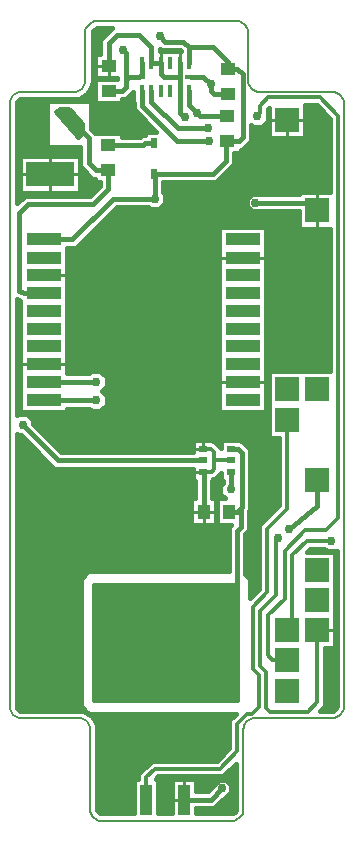
<source format=gbr>
G04 PROTEUS RS274X GERBER FILE*
%FSLAX45Y45*%
%MOMM*%
G01*
%ADD10C,0.381000*%
%ADD11C,0.304800*%
%ADD12C,0.762000*%
%ADD13C,0.254000*%
%ADD14R,1.016000X2.540000*%
%ADD15R,2.032000X2.032000*%
%ADD16R,0.635000X0.508000*%
%ADD17R,1.016000X1.270000*%
%ADD18R,2.946400X0.990600*%
%ADD19R,0.405000X1.100000*%
%ADD70R,1.100000X0.405000*%
%AMPPAD011*
4,1,6,
-1.577990,0.748290,
0.521400,-1.666780,
1.049690,-1.207540,
1.118750,-0.220000,
-0.062160,1.138480,
-1.049690,1.207540,
-1.577990,0.748290,
0*%
%ADD71PPAD011*%
%ADD20R,4.050000X2.150000*%
%ADD21R,1.270000X1.016000*%
%ADD22R,0.508000X0.838200*%
%ADD23C,0.203200*%
G36*
X-500288Y+3180288D02*
X-521119Y+3159457D01*
X-521119Y+3042869D01*
X-565569Y+3042869D01*
X-565569Y+2837131D01*
X-377123Y+2837131D01*
X-377123Y+2829509D01*
X-565569Y+2829509D01*
X-565569Y+2623771D01*
X-334431Y+2623771D01*
X-334431Y+2655521D01*
X-307657Y+2655521D01*
X-242319Y+2720858D01*
X-242319Y+2622931D01*
X-241119Y+2622931D01*
X-241119Y+2570543D01*
X-49555Y+2378979D01*
X-142469Y+2378979D01*
X-142469Y+2356119D01*
X-169457Y+2356119D01*
X-186097Y+2339479D01*
X-339431Y+2339479D01*
X-339431Y+2371229D01*
X-565653Y+2371229D01*
X-601056Y+2406632D01*
X-601056Y+2642823D01*
X-974868Y+2642823D01*
X-974868Y+2251253D01*
X-692556Y+2251253D01*
X-692556Y+2088070D01*
X-588367Y+1983881D01*
X-570569Y+1983881D01*
X-570569Y+1952131D01*
X-527852Y+1952131D01*
X-527852Y+1923925D01*
X-613063Y+1838714D01*
X-1163692Y+1838714D01*
X-1227770Y+1774636D01*
X-1227770Y+2614947D01*
X-1226668Y+2626265D01*
X-1225403Y+2630446D01*
X-1216227Y+2644189D01*
X-1202480Y+2653368D01*
X-1198303Y+2654632D01*
X-1186983Y+2655734D01*
X-746984Y+2655734D01*
X-717412Y+2658612D01*
X-711521Y+2660395D01*
X-683770Y+2668797D01*
X-676089Y+2673925D01*
X-634038Y+2702002D01*
X-600832Y+2751738D01*
X-590648Y+2785372D01*
X-587770Y+2814948D01*
X-587770Y+3215283D01*
X-586668Y+3226601D01*
X-585403Y+3230782D01*
X-576227Y+3244525D01*
X-562480Y+3253704D01*
X-558303Y+3254968D01*
X-546972Y+3256071D01*
X-424505Y+3256071D01*
X-500288Y+3180288D01*
G37*
%LPC*%
G36*
X-695431Y+2179569D02*
X-695431Y+1860431D01*
X-1204569Y+1860431D01*
X-1204569Y+2179569D01*
X-695431Y+2179569D01*
G37*
%LPD*%
G36*
X+1426617Y+2487888D02*
X+1426617Y+1868669D01*
X+1161331Y+1868669D01*
X+1161331Y+1852745D01*
X+758875Y+1852745D01*
X+717214Y+1811084D01*
X+717214Y+1752168D01*
X+758875Y+1710507D01*
X+1161331Y+1710507D01*
X+1161331Y+1561331D01*
X+1426617Y+1561331D01*
X+1426617Y+353669D01*
X+906331Y+353669D01*
X+906331Y-213669D01*
X+992691Y-213669D01*
X+992691Y-782121D01*
X+823515Y-951297D01*
X+823515Y-1490164D01*
X+749300Y-1564379D01*
X+749300Y-1407656D01*
X+706119Y-1364475D01*
X+706119Y-1027808D01*
X+739966Y-993961D01*
X+739966Y-831259D01*
X+747021Y-824204D01*
X+747021Y-306627D01*
X+674275Y-233881D01*
X+668819Y-233881D01*
X+668819Y-227531D01*
X+501181Y-227531D01*
X+501181Y-295993D01*
X+442879Y-237691D01*
X+430059Y-237691D01*
X+430059Y-227531D01*
X+262421Y-227531D01*
X+262421Y-327861D01*
X-851563Y-327861D01*
X-1089831Y-89593D01*
X-1089831Y-62651D01*
X-1142651Y-9831D01*
X-1217349Y-9831D01*
X-1227770Y-20252D01*
X-1227770Y+961511D01*
X-1199389Y+950159D01*
X-1199389Y+8401D01*
X-800611Y+8401D01*
X-800611Y+36802D01*
X-614430Y+36802D01*
X-595380Y+17752D01*
X-520682Y+17752D01*
X-467862Y+70572D01*
X-467862Y+145270D01*
X-510469Y+187877D01*
X-469460Y+228886D01*
X-469460Y+303584D01*
X-522280Y+356404D01*
X-596978Y+356404D01*
X-616028Y+337354D01*
X-800611Y+337354D01*
X-800611Y+1398881D01*
X-729227Y+1398881D01*
X-384227Y+1743881D01*
X-117977Y+1743881D01*
X-98927Y+1724831D01*
X-24229Y+1724831D01*
X+28591Y+1777651D01*
X+28591Y+1852349D01*
X+9541Y+1871399D01*
X+9541Y+1931021D01*
X+12469Y+1931021D01*
X+12469Y+1953881D01*
X+460680Y+1953881D01*
X+613240Y+2106441D01*
X+613240Y+2198771D01*
X+665569Y+2198771D01*
X+665569Y+2228881D01*
X+679457Y+2228881D01*
X+754235Y+2303659D01*
X+754235Y+2435721D01*
X+768250Y+2421706D01*
X+842948Y+2421706D01*
X+895768Y+2474526D01*
X+895768Y+2506856D01*
X+898880Y+2509968D01*
X+898880Y+2574030D01*
X+906331Y+2581481D01*
X+906331Y+2326331D01*
X+1213669Y+2326331D01*
X+1213669Y+2604286D01*
X+1310219Y+2604286D01*
X+1426617Y+2487888D01*
G37*
%LPC*%
G36*
X+884389Y+1368401D02*
X+884389Y+8401D01*
X+485611Y+8401D01*
X+485611Y+1571599D01*
X+884389Y+1571599D01*
X+884389Y+1368401D01*
G37*
%LPD*%
G36*
X+1396603Y-1171331D02*
X+1471301Y-1171331D01*
X+1477770Y-1164862D01*
X+1477770Y-2479028D01*
X+1476668Y-2490346D01*
X+1475403Y-2494527D01*
X+1466227Y-2508270D01*
X+1452480Y-2517449D01*
X+1448303Y-2518713D01*
X+1436983Y-2519815D01*
X+1339592Y-2519815D01*
X+1382309Y-2477098D01*
X+1382309Y-1993669D01*
X+1468669Y-1993669D01*
X+1468669Y-1176331D01*
X+1223857Y-1176331D01*
X+1251717Y-1148471D01*
X+1373743Y-1148471D01*
X+1396603Y-1171331D01*
G37*
G36*
X+627770Y-3349028D02*
X+626668Y-3360346D01*
X+625403Y-3364527D01*
X+616227Y-3378270D01*
X+602480Y-3387449D01*
X+598303Y-3388713D01*
X+586983Y-3389815D01*
X+286869Y-3389815D01*
X+286869Y-3344919D01*
X+444422Y-3344919D01*
X+581719Y-3207622D01*
X+581719Y-3148706D01*
X+540059Y-3107046D01*
X+481143Y-3107046D01*
X+385508Y-3202681D01*
X+286869Y-3202681D01*
X+286869Y-3094731D01*
X+81131Y-3094731D01*
X+81131Y-3389815D01*
X-30631Y-3389815D01*
X-30631Y-3094731D01*
X-48043Y-3094731D01*
X-30621Y-3077309D01*
X+518100Y-3077309D01*
X+627770Y-2967639D01*
X+627770Y-3349028D01*
G37*
G36*
X-1217349Y-190169D02*
X-1190407Y-190169D01*
X-910477Y-470099D01*
X+262421Y-470099D01*
X+262421Y-572969D01*
X+280521Y-572969D01*
X+280521Y-719431D01*
X+248771Y-719431D01*
X+248771Y-950569D01*
X+454509Y-950569D01*
X+454509Y-719431D01*
X+422759Y-719431D01*
X+422759Y-572969D01*
X+430059Y-572969D01*
X+430059Y-562809D01*
X+434342Y-562809D01*
X+460541Y-551111D01*
X+501181Y-505781D01*
X+501181Y-572969D01*
X+513881Y-572969D01*
X+513881Y-588601D01*
X+494831Y-607651D01*
X+494831Y-682349D01*
X+531913Y-719431D01*
X+462131Y-719431D01*
X+462131Y-950569D01*
X+582206Y-950569D01*
X+563881Y-968894D01*
X+563881Y-1340700D01*
X-622344Y-1340700D01*
X-689300Y-1407656D01*
X-689300Y-2477344D01*
X-622344Y-2544300D01*
X+625512Y-2544300D01*
X+568081Y-2601731D01*
X+568081Y-2836952D01*
X+462342Y-2942691D01*
X-86379Y-2942691D01*
X-200809Y-3057121D01*
X-200809Y-3094731D01*
X-236369Y-3094731D01*
X-236369Y-3389815D01*
X-506983Y-3389815D01*
X-518303Y-3388713D01*
X-522480Y-3387449D01*
X-536227Y-3378270D01*
X-545403Y-3364527D01*
X-546668Y-3360346D01*
X-547770Y-3349028D01*
X-547770Y-2679029D01*
X-550648Y-2649453D01*
X-560832Y-2615819D01*
X-565961Y-2608136D01*
X-594038Y-2566083D01*
X-643770Y-2532878D01*
X-677412Y-2522693D01*
X-688627Y-2521601D01*
X-706984Y-2519815D01*
X-1186983Y-2519815D01*
X-1198303Y-2518713D01*
X-1202480Y-2517449D01*
X-1216227Y-2508270D01*
X-1225403Y-2494527D01*
X-1226668Y-2490346D01*
X-1227770Y-2479028D01*
X-1227770Y-179748D01*
X-1217349Y-190169D01*
G37*
%LPC*%
G36*
X+315133Y-1062977D02*
X+315133Y-1031413D01*
X+337451Y-1009095D01*
X+369015Y-1009095D01*
X+391333Y-1031413D01*
X+391333Y-1062977D01*
X+369015Y-1085295D01*
X+337451Y-1085295D01*
X+315133Y-1062977D01*
G37*
%LPD*%
G36*
X-5664Y+3073881D02*
X+150543Y+3073881D01*
X+157355Y+3067069D01*
X-17755Y+3067069D01*
X-17755Y+3085972D01*
X-5664Y+3073881D01*
G37*
G36*
X+635000Y-2430000D02*
X-575000Y-2430000D01*
X-575000Y-1455000D01*
X+635000Y-1455000D01*
X+635000Y-2430000D01*
G37*
D10*
X-10000Y+2960000D02*
X-10000Y+2871575D01*
X+13074Y+2848501D01*
X+150000Y+2848501D01*
X+150000Y+2960000D02*
X+150000Y+2848501D01*
X-90000Y+2960000D02*
X-10000Y+2960000D01*
X-170000Y+2960000D02*
X-170000Y+2871800D01*
X-196300Y+2845500D01*
X-331114Y+3072888D02*
X-306004Y+3047778D01*
X-306004Y+2822462D01*
X-306004Y+2805000D01*
X-306004Y+2822462D02*
X-283141Y+2845325D01*
X-195377Y+2845325D01*
X-196300Y+2845500D01*
X+230000Y+2960000D02*
X+230000Y+3095000D01*
X+180000Y+3145000D01*
X+23793Y+3145000D01*
X-19147Y+3187940D01*
X-450000Y+2940000D02*
X-450000Y+3130000D01*
X-380000Y+3200000D01*
X-192024Y+3200000D01*
X-88874Y+3096850D01*
X-88874Y+2961126D01*
X-90000Y+2960000D01*
X-450000Y+2726640D02*
X-337114Y+2726640D01*
X-306004Y+2757750D01*
X-306004Y+2805000D01*
X+230000Y+3095000D02*
X+432156Y+3095000D01*
X+559313Y+2967843D01*
X+559313Y+2902327D01*
X+560000Y+2901640D01*
X+560000Y+2915000D01*
X-455000Y+2268360D02*
X-156640Y+2268360D01*
X-140000Y+2285000D01*
X-65000Y+2285000D01*
X-465000Y+2055000D02*
X-455000Y+2055000D01*
X-765000Y+2470000D02*
X-621437Y+2326437D01*
X-621437Y+2117527D01*
X-558910Y+2055000D01*
X-465000Y+2055000D01*
X+560000Y+2915000D02*
X+638486Y+2915000D01*
X+683116Y+2870370D01*
X+683116Y+2333116D01*
X+650000Y+2300000D01*
X+567469Y+2300000D01*
X+566042Y+2298573D01*
X+550000Y+2301640D01*
X-65000Y+2025000D02*
X+431223Y+2025000D01*
X+542121Y+2135898D01*
X+542121Y+2250840D01*
X+550000Y+2301640D01*
X+560000Y+2701640D02*
X+437280Y+2701640D01*
X+411562Y+2727358D01*
X+411562Y+2783438D01*
X+350000Y+2845000D01*
X+298700Y+2845000D01*
X+243700Y+2845500D01*
X+230000Y+2730000D02*
X+230000Y+2610758D01*
X+300379Y+2540379D01*
X+322405Y+2518353D01*
X+546647Y+2518353D01*
X+550000Y+2515000D01*
X+1315000Y+1715000D02*
X+1315000Y+1721810D01*
X-559629Y+266235D02*
X-998765Y+266235D01*
X-1000000Y+265000D01*
D11*
X+346240Y-495500D02*
X+420000Y-495500D01*
X+442862Y-470000D01*
X+442862Y-400000D01*
D10*
X+351640Y-835000D02*
X+351640Y-500900D01*
X+346240Y-495500D01*
X+338061Y-302967D02*
X+340094Y-305000D01*
X+346240Y-305000D01*
D11*
X+442862Y-400000D02*
X+442862Y-332862D01*
X+415000Y-305000D01*
X+340094Y-305000D01*
X+338061Y-302967D02*
X+346240Y-305000D01*
D10*
X-61578Y+1815000D02*
X-61578Y+2021578D01*
X-65000Y+2025000D01*
X+150000Y+2745000D02*
X+150000Y+2730000D01*
X+150000Y+2848501D02*
X+150000Y+2785000D01*
X+150000Y+2745000D01*
X+1315000Y+1736542D02*
X+1322366Y+1729176D01*
X+1315000Y+1715000D01*
X+1315000Y+1721810D02*
X+1315000Y+1736542D01*
X+1315000Y+1721810D02*
X+1322366Y+1729176D01*
X-1000000Y+110000D02*
X-1008658Y+104437D01*
X-1005174Y+107921D01*
X-558031Y+107921D01*
D11*
X+585000Y-401520D02*
X+444382Y-401520D01*
X+442862Y-400000D01*
D10*
X+184000Y-3273800D02*
X+414965Y-3273800D01*
X+510601Y-3178164D01*
X+585000Y-495500D02*
X+585000Y-645000D01*
X+1075000Y-980000D02*
X+1315000Y-790000D01*
X+1315000Y-570000D01*
D11*
X+1060000Y-1840000D02*
X+1105000Y-1795000D01*
X+1105000Y-1200000D01*
X+1223838Y-1081162D01*
X+1433952Y-1081162D01*
X+1315000Y-1840000D02*
X+1315000Y-2449219D01*
X+1236783Y-2527436D01*
X+910780Y-2527436D01*
X+880000Y-2495000D01*
X+880000Y-2191485D01*
X+830000Y-2141485D01*
X+830000Y-1675000D01*
X+963845Y-1541155D01*
X+963845Y-1076155D01*
X+980000Y-1060000D01*
X+805599Y+2511875D02*
X+831571Y+2537847D01*
X+831571Y+2601909D01*
X+901257Y+2671595D01*
X+1338098Y+2671595D01*
X+1493926Y+2515767D01*
X+1493926Y-886074D01*
X+1390000Y-990000D01*
X+1215001Y-990000D01*
X+1040000Y-1165001D01*
X+1040000Y-1570813D01*
X+897805Y-1713008D01*
X+900000Y-2050000D01*
X+930000Y-2095000D01*
X+1060000Y-2095000D01*
D10*
X+635000Y-1465000D02*
X+635000Y-998351D01*
X+668847Y-964504D01*
X+668847Y-801801D01*
X+675902Y-794746D01*
X+585000Y-305000D02*
X+644818Y-305000D01*
X+675902Y-336084D01*
X+675902Y-794746D01*
X+668847Y-801801D02*
X+636234Y-834414D01*
X+575586Y-834414D01*
X+570000Y-840000D01*
X+565000Y-835000D01*
D11*
X-133500Y-3273800D02*
X-133500Y-3085000D01*
X-58500Y-3010000D01*
X+490221Y-3010000D01*
X+635390Y-2864831D01*
X+635390Y-2629610D01*
X+717129Y-2547871D01*
X+760514Y-2547871D01*
X+820000Y-2488385D01*
X+820000Y-2217780D01*
X+770000Y-2167780D01*
X+770000Y-1638867D01*
X+890824Y-1518043D01*
X+890824Y-979176D01*
X+1060000Y-810000D01*
X+1060000Y-60000D01*
D10*
X-1000000Y+1015000D02*
X-1170000Y+1015000D01*
X-1210000Y+1031000D01*
X-1210000Y+1691830D01*
X-1134235Y+1767595D01*
X-583606Y+1767595D01*
X-456733Y+1894468D01*
X-456733Y+2046733D01*
X-465000Y+2055000D01*
X-170000Y+2730000D02*
X-170000Y+2600000D01*
X+130000Y+2300000D01*
X+396650Y+2300000D01*
X-90000Y+2730000D02*
X-90000Y+2635000D01*
X+135000Y+2410000D01*
X+278535Y+2410000D01*
X+278936Y+2409599D01*
X+393797Y+2409599D01*
X+150000Y+2730000D02*
X+150000Y+2540962D01*
X+195000Y+2505000D01*
X+788333Y+1781626D02*
X+1269916Y+1781626D01*
X+1315000Y+1736542D01*
X-1000000Y+1470000D02*
X-758684Y+1470000D01*
X-413685Y+1814999D01*
X-61578Y+1815000D01*
X+346240Y-398980D02*
X-881020Y-398980D01*
X-1180000Y-100000D01*
D12*
X-19147Y+3187940D03*
X-331114Y+3072888D03*
X-559629Y+266235D03*
X-558031Y+107921D03*
X+510601Y-3178164D03*
X+585000Y-645000D03*
X+1075000Y-980000D03*
X+1433952Y-1081162D03*
X+411562Y+2783438D03*
X+980000Y-1060000D03*
X+353233Y-1047195D03*
X+300379Y+2540379D03*
X+805599Y+2511875D03*
X+396650Y+2300000D03*
X+393797Y+2409599D03*
X+195000Y+2505000D03*
X+788333Y+1781626D03*
X-61578Y+1815000D03*
X-1180000Y-100000D03*
D10*
X-500288Y+3180288D02*
X-521119Y+3159457D01*
X-521119Y+3042869D01*
X-565569Y+3042869D01*
X-565569Y+2837131D01*
X-377123Y+2837131D01*
X-377123Y+2829509D01*
X-565569Y+2829509D01*
X-565569Y+2623771D01*
X-334431Y+2623771D01*
X-334431Y+2655521D01*
X-307657Y+2655521D01*
X-242319Y+2720858D01*
X-242319Y+2622931D01*
X-241119Y+2622931D01*
X-241119Y+2570543D01*
X-49555Y+2378979D01*
X-142469Y+2378979D01*
X-142469Y+2356119D01*
X-169457Y+2356119D01*
X-186097Y+2339479D01*
X-339431Y+2339479D01*
X-339431Y+2371229D01*
X-565653Y+2371229D01*
X-601056Y+2406632D01*
X-601056Y+2642823D01*
X-974868Y+2642823D01*
X-974868Y+2251253D01*
X-692556Y+2251253D01*
X-692556Y+2088070D01*
X-588367Y+1983881D01*
X-570569Y+1983881D01*
X-570569Y+1952131D01*
X-527852Y+1952131D01*
X-527852Y+1923925D01*
X-613063Y+1838714D01*
X-1163692Y+1838714D01*
X-1227770Y+1774636D01*
X-1227770Y+2614947D01*
X-1226668Y+2626265D01*
X-1225403Y+2630446D01*
X-1216227Y+2644189D01*
X-1202480Y+2653368D01*
X-1198303Y+2654632D01*
X-1186983Y+2655734D01*
X-746984Y+2655734D01*
X-717412Y+2658612D01*
X-711521Y+2660395D01*
X-683770Y+2668797D01*
X-676089Y+2673925D01*
X-634038Y+2702002D01*
X-600832Y+2751738D01*
X-590648Y+2785372D01*
X-587770Y+2814948D01*
X-587770Y+3215283D01*
X-586668Y+3226601D01*
X-585403Y+3230782D01*
X-576227Y+3244525D01*
X-562480Y+3253704D01*
X-558303Y+3254968D01*
X-546972Y+3256071D01*
X-424505Y+3256071D01*
X-500288Y+3180288D01*
X-695431Y+2179569D02*
X-695431Y+1860431D01*
X-1204569Y+1860431D01*
X-1204569Y+2179569D01*
X-695431Y+2179569D01*
X+1426617Y+2487888D02*
X+1426617Y+1868669D01*
X+1161331Y+1868669D01*
X+1161331Y+1852745D01*
X+758875Y+1852745D01*
X+717214Y+1811084D01*
X+717214Y+1752168D01*
X+758875Y+1710507D01*
X+1161331Y+1710507D01*
X+1161331Y+1561331D01*
X+1426617Y+1561331D01*
X+1426617Y+353669D01*
X+906331Y+353669D01*
X+906331Y-213669D01*
X+992691Y-213669D01*
X+992691Y-782121D01*
X+823515Y-951297D01*
X+823515Y-1490164D01*
X+749300Y-1564379D01*
X+749300Y-1407656D01*
X+706119Y-1364475D01*
X+706119Y-1027808D01*
X+739966Y-993961D01*
X+739966Y-831259D01*
X+747021Y-824204D01*
X+747021Y-306627D01*
X+674275Y-233881D01*
X+668819Y-233881D01*
X+668819Y-227531D01*
X+501181Y-227531D01*
X+501181Y-295993D01*
X+442879Y-237691D01*
X+430059Y-237691D01*
X+430059Y-227531D01*
X+262421Y-227531D01*
X+262421Y-327861D01*
X-851563Y-327861D01*
X-1089831Y-89593D01*
X-1089831Y-62651D01*
X-1142651Y-9831D01*
X-1217349Y-9831D01*
X-1227770Y-20252D01*
X-1227770Y+961511D01*
X-1199389Y+950159D01*
X-1199389Y+8401D01*
X-800611Y+8401D01*
X-800611Y+36802D01*
X-614430Y+36802D01*
X-595380Y+17752D01*
X-520682Y+17752D01*
X-467862Y+70572D01*
X-467862Y+145270D01*
X-510469Y+187877D01*
X-469460Y+228886D01*
X-469460Y+303584D01*
X-522280Y+356404D01*
X-596978Y+356404D01*
X-616028Y+337354D01*
X-800611Y+337354D01*
X-800611Y+1398881D01*
X-729227Y+1398881D01*
X-384227Y+1743881D01*
X-117977Y+1743881D01*
X-98927Y+1724831D01*
X-24229Y+1724831D01*
X+28591Y+1777651D01*
X+28591Y+1852349D01*
X+9541Y+1871399D01*
X+9541Y+1931021D01*
X+12469Y+1931021D01*
X+12469Y+1953881D01*
X+460680Y+1953881D01*
X+613240Y+2106441D01*
X+613240Y+2198771D01*
X+665569Y+2198771D01*
X+665569Y+2228881D01*
X+679457Y+2228881D01*
X+754235Y+2303659D01*
X+754235Y+2435721D01*
X+768250Y+2421706D01*
X+842948Y+2421706D01*
X+895768Y+2474526D01*
X+895768Y+2506856D01*
X+898880Y+2509968D01*
X+898880Y+2574030D01*
X+906331Y+2581481D01*
X+906331Y+2326331D01*
X+1213669Y+2326331D01*
X+1213669Y+2604286D01*
X+1310219Y+2604286D01*
X+1426617Y+2487888D01*
X+884389Y+1368401D02*
X+884389Y+8401D01*
X+485611Y+8401D01*
X+485611Y+1571599D01*
X+884389Y+1571599D01*
X+884389Y+1368401D01*
X+1396603Y-1171331D02*
X+1471301Y-1171331D01*
X+1477770Y-1164862D01*
X+1477770Y-2479028D01*
X+1476668Y-2490346D01*
X+1475403Y-2494527D01*
X+1466227Y-2508270D01*
X+1452480Y-2517449D01*
X+1448303Y-2518713D01*
X+1436983Y-2519815D01*
X+1339592Y-2519815D01*
X+1382309Y-2477098D01*
X+1382309Y-1993669D01*
X+1468669Y-1993669D01*
X+1468669Y-1176331D01*
X+1223857Y-1176331D01*
X+1251717Y-1148471D01*
X+1373743Y-1148471D01*
X+1396603Y-1171331D01*
X+627770Y-3349028D02*
X+626668Y-3360346D01*
X+625403Y-3364527D01*
X+616227Y-3378270D01*
X+602480Y-3387449D01*
X+598303Y-3388713D01*
X+586983Y-3389815D01*
X+286869Y-3389815D01*
X+286869Y-3344919D01*
X+444422Y-3344919D01*
X+581719Y-3207622D01*
X+581719Y-3148706D01*
X+540059Y-3107046D01*
X+481143Y-3107046D01*
X+385508Y-3202681D01*
X+286869Y-3202681D01*
X+286869Y-3094731D01*
X+81131Y-3094731D01*
X+81131Y-3389815D01*
X-30631Y-3389815D01*
X-30631Y-3094731D01*
X-48043Y-3094731D01*
X-30621Y-3077309D01*
X+518100Y-3077309D01*
X+627770Y-2967639D01*
X+627770Y-3349028D01*
X-1217349Y-190169D02*
X-1190407Y-190169D01*
X-910477Y-470099D01*
X+262421Y-470099D01*
X+262421Y-572969D01*
X+280521Y-572969D01*
X+280521Y-719431D01*
X+248771Y-719431D01*
X+248771Y-950569D01*
X+454509Y-950569D01*
X+454509Y-719431D01*
X+422759Y-719431D01*
X+422759Y-572969D01*
X+430059Y-572969D01*
X+430059Y-562809D01*
X+434342Y-562809D01*
X+460541Y-551111D01*
X+501181Y-505781D01*
X+501181Y-572969D01*
X+513881Y-572969D01*
X+513881Y-588601D01*
X+494831Y-607651D01*
X+494831Y-682349D01*
X+531913Y-719431D01*
X+462131Y-719431D01*
X+462131Y-950569D01*
X+582206Y-950569D01*
X+563881Y-968894D01*
X+563881Y-1340700D01*
X-622344Y-1340700D01*
X-689300Y-1407656D01*
X-689300Y-2477344D01*
X-622344Y-2544300D01*
X+625512Y-2544300D01*
X+568081Y-2601731D01*
X+568081Y-2836952D01*
X+462342Y-2942691D01*
X-86379Y-2942691D01*
X-200809Y-3057121D01*
X-200809Y-3094731D01*
X-236369Y-3094731D01*
X-236369Y-3389815D01*
X-506983Y-3389815D01*
X-518303Y-3388713D01*
X-522480Y-3387449D01*
X-536227Y-3378270D01*
X-545403Y-3364527D01*
X-546668Y-3360346D01*
X-547770Y-3349028D01*
X-547770Y-2679029D01*
X-550648Y-2649453D01*
X-560832Y-2615819D01*
X-565961Y-2608136D01*
X-594038Y-2566083D01*
X-643770Y-2532878D01*
X-677412Y-2522693D01*
X-688627Y-2521601D01*
X-706984Y-2519815D01*
X-1186983Y-2519815D01*
X-1198303Y-2518713D01*
X-1202480Y-2517449D01*
X-1216227Y-2508270D01*
X-1225403Y-2494527D01*
X-1226668Y-2490346D01*
X-1227770Y-2479028D01*
X-1227770Y-179748D01*
X-1217349Y-190169D01*
X+315133Y-1062977D02*
X+315133Y-1031413D01*
X+337451Y-1009095D01*
X+369015Y-1009095D01*
X+391333Y-1031413D01*
X+391333Y-1062977D01*
X+369015Y-1085295D01*
X+337451Y-1085295D01*
X+315133Y-1062977D01*
X-5664Y+3073881D02*
X+150543Y+3073881D01*
X+157355Y+3067069D01*
X-17755Y+3067069D01*
X-17755Y+3085972D01*
X-5664Y+3073881D01*
D13*
X+81131Y-3273800D02*
X+184000Y-3273800D01*
X+184000Y-3094731D02*
X+184000Y-3273800D01*
X+906331Y+2480000D02*
X+1060000Y+2480000D01*
X+1213669Y+2480000D02*
X+1060000Y+2480000D01*
X+1060000Y+2326331D02*
X+1060000Y+2480000D01*
X+1315000Y+1561331D02*
X+1315000Y+1715000D01*
X+1315000Y+1868669D02*
X+1315000Y+1715000D01*
X+346240Y-227531D02*
X+346240Y-305000D01*
X+262421Y-305000D02*
X+346240Y-305000D01*
X+262421Y-495500D02*
X+346240Y-495500D01*
X+454509Y-835000D02*
X+351640Y-835000D01*
X+248771Y-835000D02*
X+351640Y-835000D01*
X+351640Y-950569D02*
X+351640Y-835000D01*
X-800611Y+1165000D02*
X-1000000Y+1165000D01*
X-800611Y+415000D02*
X-1000000Y+415000D01*
X-1199389Y+415000D02*
X-1000000Y+415000D01*
X+884389Y+265000D02*
X+685000Y+265000D01*
X+485611Y+265000D02*
X+685000Y+265000D01*
X+884389Y+1315000D02*
X+685000Y+1315000D01*
X+485611Y+1315000D02*
X+685000Y+1315000D01*
X+150000Y+3067069D02*
X+150000Y+2960000D01*
X-10000Y+3067069D02*
X-10000Y+2960000D01*
X-950000Y+2179569D02*
X-950000Y+2020000D01*
X-950000Y+1860431D02*
X-950000Y+2020000D01*
X-1204569Y+2020000D02*
X-950000Y+2020000D01*
X-695431Y+2020000D02*
X-950000Y+2020000D01*
X-450000Y+2837131D02*
X-450000Y+2940000D01*
X-565569Y+2940000D02*
X-450000Y+2940000D01*
X+1468669Y-1840000D02*
X+1315000Y-1840000D01*
D10*
X+635000Y-2430000D02*
X-575000Y-2430000D01*
X-575000Y-1455000D01*
X+635000Y-1455000D01*
X+635000Y-2430000D01*
D14*
X+184000Y-3273800D03*
X-133500Y-3273800D03*
D15*
X+1315000Y-570000D03*
X+1060000Y-60000D03*
X+1060000Y-2095000D03*
X+1060000Y-1840000D03*
X+1060000Y-2350000D03*
X+1060000Y+2480000D03*
X+1315000Y+1715000D03*
X+1060000Y+200000D03*
X+1315000Y+200000D03*
D16*
X+585000Y-495500D03*
X+585000Y-401520D03*
X+585000Y-305000D03*
X+346240Y-305000D03*
X+346240Y-398980D03*
X+346240Y-495500D03*
D17*
X+565000Y-835000D03*
X+351640Y-835000D03*
D18*
X-1000000Y+1470000D03*
X-1000000Y+1315000D03*
X-1000000Y+1165000D03*
X-1000000Y+1015000D03*
X-1000000Y+865000D03*
X-1000000Y+715000D03*
X-1000000Y+565000D03*
X-1000000Y+415000D03*
X-1000000Y+265000D03*
X-1000000Y+110000D03*
X+685000Y+110000D03*
X+685000Y+265000D03*
X+685000Y+415000D03*
X+685000Y+565000D03*
X+685000Y+715000D03*
X+685000Y+865000D03*
X+685000Y+1015000D03*
X+685000Y+1165000D03*
X+685000Y+1315000D03*
X+685000Y+1470000D03*
D19*
X+230000Y+2960000D03*
X+150000Y+2960000D03*
X+70000Y+2960000D03*
X-10000Y+2960000D03*
X-90000Y+2960000D03*
X-170000Y+2960000D03*
D70*
X-196300Y+2845500D03*
D19*
X-170000Y+2730000D03*
X-90000Y+2730000D03*
X-10000Y+2730000D03*
X+70000Y+2730000D03*
X+150000Y+2730000D03*
X+230000Y+2730000D03*
D70*
X+243700Y+2845500D03*
D71*
X-765000Y+2470000D03*
D20*
X-950000Y+2020000D03*
D21*
X-450000Y+2940000D03*
X-450000Y+2726640D03*
D22*
X-65000Y+2025000D03*
X-65000Y+2285000D03*
D21*
X-455000Y+2055000D03*
X-455000Y+2268360D03*
X+560000Y+2915000D03*
X+560000Y+2701640D03*
X+550000Y+2301640D03*
X+550000Y+2515000D03*
D15*
X+1315000Y-1585000D03*
X+1315000Y-1330000D03*
X+1315000Y-1840000D03*
D23*
X-610000Y-3352045D02*
X-608010Y-3372492D01*
X-602285Y-3391400D01*
X-581094Y-3423139D01*
X-549356Y-3444330D01*
X-530447Y-3450055D01*
X-510000Y-3452045D01*
X-610000Y-3352045D02*
X-610000Y-2682045D01*
X-611990Y-2661598D01*
X-617715Y-2642690D01*
X-638906Y-2610951D01*
X-670644Y-2589760D01*
X-689553Y-2584035D01*
X-710000Y-2582045D01*
X-1190000Y-2582045D01*
X-1290000Y-2482045D02*
X-1288010Y-2502492D01*
X-1282285Y-2521400D01*
X-1261094Y-2553139D01*
X-1229356Y-2574330D01*
X-1210447Y-2580055D01*
X-1190000Y-2582045D01*
X-1290000Y-2482045D02*
X-1290000Y+2617964D01*
X-1288010Y+2638411D01*
X-1282285Y+2657319D01*
X-1261094Y+2689058D01*
X-1229356Y+2710249D01*
X-1210447Y+2715974D01*
X-1190000Y+2717964D01*
X-750000Y+2717964D01*
X-650000Y+2817964D02*
X-651990Y+2797517D01*
X-657715Y+2778609D01*
X-678906Y+2746870D01*
X-710644Y+2725679D01*
X-729553Y+2719954D01*
X-750000Y+2717964D01*
X-650000Y+2817964D02*
X-650000Y+3218300D01*
X-648010Y+3238747D01*
X-642285Y+3257655D01*
X-621094Y+3289394D01*
X-589356Y+3310585D01*
X-570447Y+3316310D01*
X-550000Y+3318300D01*
X+630000Y+3318300D01*
X+730000Y+3218300D02*
X+728010Y+3238747D01*
X+722285Y+3257655D01*
X+701094Y+3289394D01*
X+669356Y+3310585D01*
X+650447Y+3316310D01*
X+630000Y+3318300D01*
X+730000Y+3218300D02*
X+730000Y+2817964D01*
X+731990Y+2797517D01*
X+737715Y+2778609D01*
X+758906Y+2746870D01*
X+790644Y+2725679D01*
X+809553Y+2719954D01*
X+830000Y+2717964D01*
X+1440000Y+2717964D01*
X+1540000Y+2617964D02*
X+1538010Y+2638411D01*
X+1532285Y+2657319D01*
X+1511094Y+2689058D01*
X+1479356Y+2710249D01*
X+1460447Y+2715974D01*
X+1440000Y+2717964D01*
X+1540000Y+2617964D02*
X+1540000Y-2482045D01*
X+1538010Y-2502492D01*
X+1532285Y-2521400D01*
X+1511094Y-2553139D01*
X+1479356Y-2574330D01*
X+1460447Y-2580055D01*
X+1440000Y-2582045D01*
X+790000Y-2582045D01*
X+690000Y-2682045D02*
X+691990Y-2661598D01*
X+697715Y-2642690D01*
X+718906Y-2610951D01*
X+750644Y-2589760D01*
X+769553Y-2584035D01*
X+790000Y-2582045D01*
X+690000Y-2682045D02*
X+690000Y-3352045D01*
X+688010Y-3372492D01*
X+682285Y-3391400D01*
X+661094Y-3423139D01*
X+629356Y-3444330D01*
X+610447Y-3450055D01*
X+590000Y-3452045D01*
X+302500Y-3452045D01*
X-222500Y-3452045D02*
X-510000Y-3452045D01*
X+302500Y-3452045D02*
X-222500Y-3452045D01*
M02*

</source>
